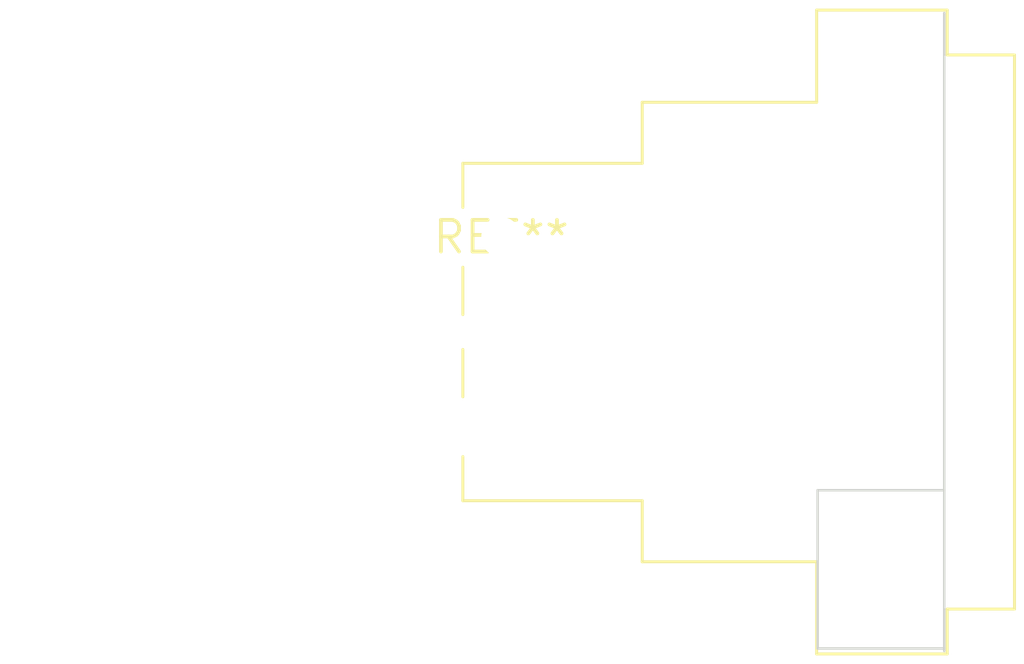
<source format=kicad_pcb>
(kicad_pcb (version 20240108) (generator pcbnew)
  (layers (0 "F.Cu" signal) (31 "B.Cu" signal) (34 "B.Paste" user) (35 "F.Paste" user) (36 "B.SilkS" user "B.Silkscreen") (37 "F.SilkS" user "F.Silkscreen") (38 "B.Mask" user) (39 "F.Mask" user) (44 "Edge.Cuts" user))
  (net 0 "")
  (footprint "Jack_XLR_Neutrik_NC3MBHR-B_Horizontal" (layer "F.Cu") (at 0 0)
    (property "Reference" "REF**")
    (property "Value" "Jack_XLR_Neutrik_NC3MBHR-B_Horizontal")
    (fp_line (start -1.54 -2.96) (end -1.54 -1.19) (layer "F.SilkS") (stroke (width 0.12)))
    (fp_line (start -1.54 3.11) (end -1.54 1.21) (layer "F.SilkS") (stroke (width 0.12)))
    (fp_line (start -1.54 4.51) (end -1.54 6.41) (layer "F.SilkS") (stroke (width 0.12)))
    (fp_line (start -1.54 8.81) (end -1.54 10.58) (layer "F.SilkS") (stroke (width 0.12)))
    (fp_line (start 5.66 -2.96) (end -1.54 -2.96) (layer "F.SilkS") (stroke (width 0.12)))
    (fp_line (start 5.66 -2.96) (end 5.66 -5.41) (layer "F.SilkS") (stroke (width 0.12)))
    (fp_line (start 5.66 10.58) (end -1.54 10.58) (layer "F.SilkS") (stroke (width 0.12)))
    (fp_line (start 5.66 10.58) (end 5.66 13.03) (layer "F.SilkS") (stroke (width 0.12)))
    (fp_line (start 12.66 -5.41) (end 5.66 -5.41) (layer "F.SilkS") (stroke (width 0.12)))
    (fp_line (start 12.66 -5.41) (end 12.66 -9.11) (layer "F.SilkS") (stroke (width 0.12)))
    (fp_line (start 12.66 13.03) (end 5.66 13.03) (layer "F.SilkS") (stroke (width 0.12)))
    (fp_line (start 12.66 16.73) (end 12.66 13.03) (layer "F.SilkS") (stroke (width 0.12)))
    (fp_line (start 17.9 -9.11) (end 12.66 -9.11) (layer "F.SilkS") (stroke (width 0.12)))
    (fp_line (start 17.9 -9.11) (end 17.9 -7.31) (layer "F.SilkS") (stroke (width 0.12)))
    (fp_line (start 17.9 -7.31) (end 20.6 -7.31) (layer "F.SilkS") (stroke (width 0.12)))
    (fp_line (start 17.9 14.93) (end 17.9 16.73) (layer "F.SilkS") (stroke (width 0.12)))
    (fp_line (start 17.9 14.93) (end 20.6 14.93) (layer "F.SilkS") (stroke (width 0.12)))
    (fp_line (start 17.9 16.73) (end 12.66 16.73) (layer "F.SilkS") (stroke (width 0.12)))
    (fp_line (start 20.6 -7.31) (end 20.6 14.93) (layer "F.SilkS") (stroke (width 0.12)))
    (fp_line (start 12.7 10.16) (end 12.7 16.51) (layer "Edge.Cuts") (stroke (width 0.1)))
    (fp_line (start 12.7 16.51) (end 17.78 16.51) (layer "Edge.Cuts") (stroke (width 0.1)))
    (fp_line (start 17.78 -8.99) (end 17.78 16.61) (layer "Edge.Cuts") (stroke (width 0.1)))
    (fp_line (start 17.78 10.16) (end 12.7 10.16) (layer "Edge.Cuts") (stroke (width 0.1)))
    (pad "" np_thru_hole circle (at 10.78 3.81) (size 1.2 1.2) (drill 1.2) (layers *.Cu *.Mask))
    (pad "1" thru_hole circle (at 0 0) (size 3.4 3.4) (drill 1.6) (layers *.Cu *.Mask) (remove_unused_layers))
    (pad "2" thru_hole circle (at 0 3.81) (size 2.9 2.9) (drill 1.2) (layers *.Cu *.Mask) (remove_unused_layers))
    (pad "3" thru_hole circle (at 0 7.62) (size 3.4 3.4) (drill 1.6) (layers *.Cu *.Mask) (remove_unused_layers))
    (pad "G" thru_hole circle (at 5.08 3.81) (size 2.9 2.9) (drill 1.2) (layers *.Cu *.Mask) (remove_unused_layers))
  )
)
</source>
